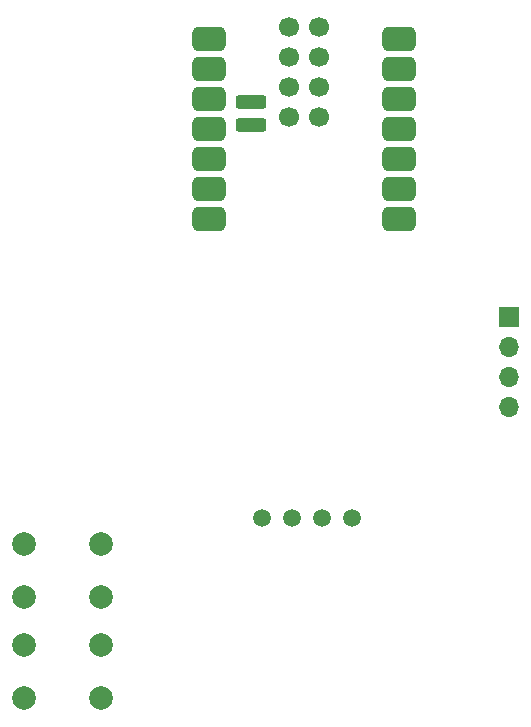
<source format=gbr>
%TF.GenerationSoftware,KiCad,Pcbnew,9.0.6*%
%TF.CreationDate,2025-12-29T20:59:13-08:00*%
%TF.ProjectId,bodycam,626f6479-6361-46d2-9e6b-696361645f70,rev?*%
%TF.SameCoordinates,Original*%
%TF.FileFunction,Soldermask,Top*%
%TF.FilePolarity,Negative*%
%FSLAX46Y46*%
G04 Gerber Fmt 4.6, Leading zero omitted, Abs format (unit mm)*
G04 Created by KiCad (PCBNEW 9.0.6) date 2025-12-29 20:59:13*
%MOMM*%
%LPD*%
G01*
G04 APERTURE LIST*
G04 Aperture macros list*
%AMRoundRect*
0 Rectangle with rounded corners*
0 $1 Rounding radius*
0 $2 $3 $4 $5 $6 $7 $8 $9 X,Y pos of 4 corners*
0 Add a 4 corners polygon primitive as box body*
4,1,4,$2,$3,$4,$5,$6,$7,$8,$9,$2,$3,0*
0 Add four circle primitives for the rounded corners*
1,1,$1+$1,$2,$3*
1,1,$1+$1,$4,$5*
1,1,$1+$1,$6,$7*
1,1,$1+$1,$8,$9*
0 Add four rect primitives between the rounded corners*
20,1,$1+$1,$2,$3,$4,$5,0*
20,1,$1+$1,$4,$5,$6,$7,0*
20,1,$1+$1,$6,$7,$8,$9,0*
20,1,$1+$1,$8,$9,$2,$3,0*%
G04 Aperture macros list end*
%ADD10C,1.500000*%
%ADD11R,1.700000X1.700000*%
%ADD12O,1.700000X1.700000*%
%ADD13C,2.000000*%
%ADD14RoundRect,0.525400X-0.900400X-0.525400X0.900400X-0.525400X0.900400X0.525400X-0.900400X0.525400X0*%
%ADD15RoundRect,0.300400X1.000400X0.300400X-1.000400X0.300400X-1.000400X-0.300400X1.000400X-0.300400X0*%
%ADD16C,1.700000*%
G04 APERTURE END LIST*
D10*
%TO.C,U1*%
X219500000Y-113500000D03*
X216960000Y-113500000D03*
X214420000Y-113500000D03*
X211880000Y-113500000D03*
%TD*%
D11*
%TO.C,U3*%
X232750000Y-96500000D03*
D12*
X232750000Y-99040000D03*
X232750000Y-101580000D03*
X232750000Y-104120000D03*
%TD*%
D13*
%TO.C,SW2*%
X191750000Y-124250000D03*
X198250000Y-124250000D03*
X191750000Y-128750000D03*
X198250000Y-128750000D03*
%TD*%
D14*
%TO.C,U2*%
X207335000Y-73000000D03*
X207335000Y-75540000D03*
X207335000Y-78080000D03*
X207335000Y-80620000D03*
X207335000Y-83160000D03*
X207335000Y-85700000D03*
X207335000Y-88240000D03*
X223500000Y-88240000D03*
X223500000Y-85700000D03*
X223500000Y-83160000D03*
X223500000Y-80620000D03*
X223500000Y-78080000D03*
X223500000Y-75540000D03*
X223500000Y-73000000D03*
D15*
X210945000Y-80238000D03*
X210945000Y-78333000D03*
D16*
X214120000Y-71988000D03*
X216660000Y-71988000D03*
X214120000Y-74528000D03*
X216660000Y-74528000D03*
X214120000Y-77068000D03*
X216660000Y-77068000D03*
X214120000Y-79608000D03*
X216660000Y-79608000D03*
%TD*%
D13*
%TO.C,SW1*%
X191750000Y-115700000D03*
X198250000Y-115700000D03*
X191750000Y-120200000D03*
X198250000Y-120200000D03*
%TD*%
M02*

</source>
